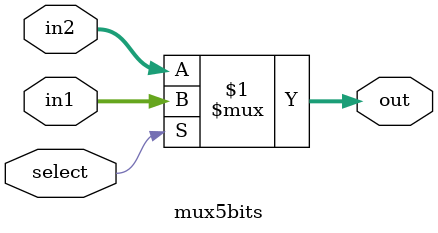
<source format=v>
`timescale 1ns / 1ps

module mux5bits(in1, in2, select, out);
    input [4:0] in1;
    input [4:0] in2;
    input select;
    output [4:0] out;
    
    assign out = select ? in1 : in2 ;
endmodule


</source>
